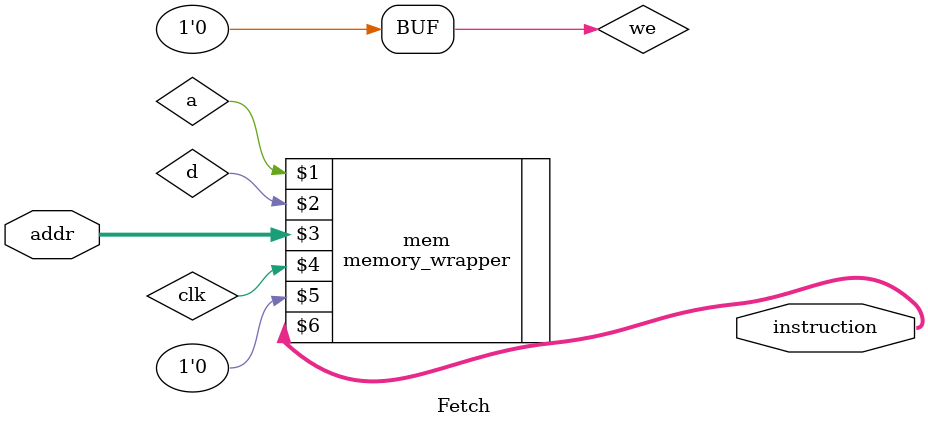
<source format=v>
`timescale 1ns / 1ps


//module fetch(state, program_counter, instruction);
    
    
//	input [2:0] state;
	
//	output [2:0] program_counter;
//	output [31:0] instruction;
	
//	reg [2:0] program_counter;
//	reg [31:0] instruction;
	
//	reg [31:0] instruction_mem [0:6];
	
//	initial begin
//	   	program_counter = 0;
//		instruction = 0;
		
//		instruction_mem[0] = 32'b001001_00000_00001_0000000000101101;
//		instruction_mem[1] = 32'b001001_00000_00010_1111111111101100;
//		instruction_mem[2] = 32'b001001_00000_00011_1111111111000100;
//		instruction_mem[3] = 32'b001001_00000_00100_0000000000011110;
//		instruction_mem[4] = 32'b000000_00001_00010_00101_00000_100001;
//		instruction_mem[5] = 32'b000000_00011_00100_00110_00000_100001;
//		instruction_mem[6] = 32'b000000_00101_00110_00101_00000_100011;
//	end
	
////	always @ (posedge clk) begin
////	   	if (state == `STATE_IF) begin
////		   	instruction <= instruction_mem[program_counter];
////			program_counter <= program_counter + 1;
////		end
////	end
// endmodule

module Fetch(addr, instruction);
input [9:0] addr;
output [31:0] instruction;
wire clk;
wire we = 0;

memory_wrapper mem(a,d,addr,clk,we,instruction);

endmodule


</source>
